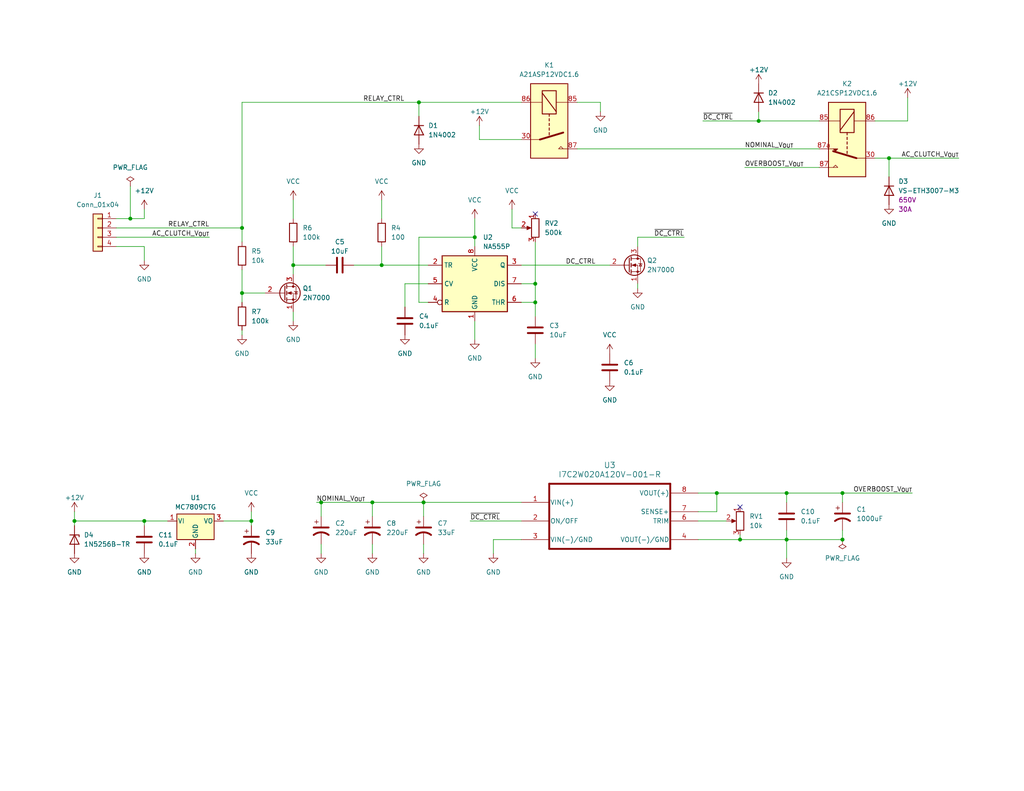
<source format=kicad_sch>
(kicad_sch (version 20230121) (generator eeschema)
  (paper "A")
  (lib_symbols
    (symbol "2024-06-13_02-31-05:I6A24014A033V-001-R" (pin_names (offset 0.254))
      (property "Reference" "U" (at 33.02 10.16 0))
      (property "Value" "I6A24014A033V-001-R" (at 33.02 7.62 0))
      (symbol "I6A24014A033V-001-R_0_1"
        (pin power_in line (at 0 0 0) (length 7.62) (name "VIN(+)") (number "1"))
        (pin unspecified line (at 0 -5.08 0) (length 7.62) (name "ON/OFF") (number "2"))
        (pin unspecified line (at 0 -10.16 0) (length 7.62) (name "VIN(-)/GND") (number "3"))
        (pin unspecified line (at 48.26 -10.16 180) (length 7.62) (name "VOUT(-)/GND") (number "4"))
        (pin unspecified line (at 48.26 -5.08 180) (length 7.62) (name "TRIM") (number "6"))
        (pin unspecified line (at 48.26 -2.54 180) (length 7.62) (name "SENSE+") (number "7"))
        (pin output line (at 48.26 2.54 180) (length 7.62) (name "VOUT(+)") (number "8"))
      )
      (symbol "I6A24014A033V-001-R_1_1"
        (polyline (pts (xy 7.62 -12.7) (xy 40.64 -12.7)) (stroke (width 0.508)))
        (polyline (pts (xy 7.62 5.08) (xy 7.62 -12.7)) (stroke (width 0.508)))
        (polyline (pts (xy 40.64 -12.7) (xy 40.64 5.08)) (stroke (width 0.508)))
        (polyline (pts (xy 40.64 5.08) (xy 7.62 5.08)) (stroke (width 0.508)))
      )
    )
    (symbol "Connector_Generic:Conn_01x04" (pin_names (offset 1.016) hide)
      (property "Reference" "J" (at 0 5.08 0))
      (property "Value" "Conn_01x04" (at 0 -7.62 0))
      (symbol "Conn_01x04_1_1"
        (rectangle (start -1.27 -4.953) (end 0 -5.207) (stroke (width 0.1524)))
        (rectangle (start -1.27 -2.413) (end 0 -2.667) (stroke (width 0.1524)))
        (rectangle (start -1.27 0.127) (end 0 -0.127) (stroke (width 0.1524)))
        (rectangle (start -1.27 2.667) (end 0 2.413) (stroke (width 0.1524)))
        (rectangle (start -1.27 3.81) (end 1.27 -6.35) (stroke (width 0.254)) (fill (type background)))
        (pin passive line (at -5.08 2.54 0) (length 3.81) (name "Pin_1") (number "1"))
        (pin passive line (at -5.08 0 0) (length 3.81) (name "Pin_2") (number "2"))
        (pin passive line (at -5.08 -2.54 0) (length 3.81) (name "Pin_3") (number "3"))
        (pin passive line (at -5.08 -5.08 0) (length 3.81) (name "Pin_4") (number "4"))
      )
    )
    (symbol "Device:C" (pin_numbers hide) (pin_names (offset 0.254))
      (property "Reference" "C" (at 0.635 2.54 0))
      (property "Value" "C" (at 0.635 -2.54 0))
      (symbol "C_0_1"
        (polyline (pts (xy -2.032 -0.762) (xy 2.032 -0.762)) (stroke (width 0.508)))
        (polyline (pts (xy -2.032 0.762) (xy 2.032 0.762)) (stroke (width 0.508)))
      )
      (symbol "C_1_1"
        (pin passive line (at 0 3.81 270) (length 2.794) (name "~") (number "1"))
        (pin passive line (at 0 -3.81 90) (length 2.794) (name "~") (number "2"))
      )
    )
    (symbol "Device:C_Polarized_US" (pin_numbers hide) (pin_names (offset 0.254) hide)
      (property "Reference" "C" (at 0.635 2.54 0))
      (property "Value" "C_Polarized_US" (at 0.635 -2.54 0))
      (symbol "C_Polarized_US_0_1"
        (polyline (pts (xy -2.032 0.762) (xy 2.032 0.762)) (stroke (width 0.508)))
        (polyline (pts (xy -1.778 2.286) (xy -0.762 2.286)))
        (polyline (pts (xy -1.27 1.778) (xy -1.27 2.794)))
        (arc (start 2.032 -1.27) (mid 0 -0.5572) (end -2.032 -1.27) (stroke (width 0.508)))
      )
      (symbol "C_Polarized_US_1_1"
        (pin passive line (at 0 3.81 270) (length 2.794) (name "~") (number "1"))
        (pin passive line (at 0 -3.81 90) (length 3.302) (name "~") (number "2"))
      )
    )
    (symbol "Device:D" (pin_numbers hide) (pin_names (offset 1.016) hide)
      (property "Reference" "D" (at 0 2.54 0))
      (property "Value" "D" (at 0 -2.54 0))
      (symbol "D_0_1"
        (polyline (pts (xy -1.27 1.27) (xy -1.27 -1.27)) (stroke (width 0.254)))
        (polyline (pts (xy 1.27 0) (xy -1.27 0)))
        (polyline (pts (xy 1.27 1.27) (xy 1.27 -1.27) (xy -1.27 0) (xy 1.27 1.27)) (stroke (width 0.254)))
      )
      (symbol "D_1_1"
        (pin passive line (at -3.81 0 0) (length 2.54) (name "K") (number "1"))
        (pin passive line (at 3.81 0 180) (length 2.54) (name "A") (number "2"))
      )
    )
    (symbol "Device:D_Zener" (pin_numbers hide) (pin_names (offset 1.016) hide)
      (property "Reference" "D" (at 0 2.54 0))
      (property "Value" "D_Zener" (at 0 -2.54 0))
      (symbol "D_Zener_0_1"
        (polyline (pts (xy 1.27 0) (xy -1.27 0)))
        (polyline (pts (xy -1.27 -1.27) (xy -1.27 1.27) (xy -0.762 1.27)) (stroke (width 0.254)))
        (polyline (pts (xy 1.27 -1.27) (xy 1.27 1.27) (xy -1.27 0) (xy 1.27 -1.27)) (stroke (width 0.254)))
      )
      (symbol "D_Zener_1_1"
        (pin passive line (at -3.81 0 0) (length 2.54) (name "K") (number "1"))
        (pin passive line (at 3.81 0 180) (length 2.54) (name "A") (number "2"))
      )
    )
    (symbol "Device:R" (pin_numbers hide) (pin_names (offset 0))
      (property "Reference" "R" (at 2.032 0 90))
      (property "Value" "R" (at 0 0 90))
      (symbol "R_0_1"
        (rectangle (start -1.016 -2.54) (end 1.016 2.54) (stroke (width 0.254)))
      )
      (symbol "R_1_1"
        (pin passive line (at 0 3.81 270) (length 1.27) (name "~") (number "1"))
        (pin passive line (at 0 -3.81 90) (length 1.27) (name "~") (number "2"))
      )
    )
    (symbol "Device:R_Potentiometer" (pin_names (offset 1.016) hide)
      (property "Reference" "RV" (at -4.445 0 90))
      (property "Value" "R_Potentiometer" (at -2.54 0 90))
      (symbol "R_Potentiometer_0_1"
        (polyline (pts (xy 2.54 0) (xy 1.524 0)))
        (polyline (pts (xy 1.143 0) (xy 2.286 0.508) (xy 2.286 -0.508) (xy 1.143 0)) (fill (type outline)))
        (rectangle (start 1.016 2.54) (end -1.016 -2.54) (stroke (width 0.254)))
      )
      (symbol "R_Potentiometer_1_1"
        (pin passive line (at 0 3.81 270) (length 1.27) (name "1") (number "1"))
        (pin passive line (at 3.81 0 180) (length 1.27) (name "2") (number "2"))
        (pin passive line (at 0 -3.81 90) (length 1.27) (name "3") (number "3"))
      )
    )
    (symbol "Regulator_Linear:LM7805_TO220" (pin_names (offset 0.254))
      (property "Reference" "U" (at -3.81 3.175 0))
      (property "Value" "LM7805_TO220" (at 0 3.175 0))
      (symbol "LM7805_TO220_0_1"
        (rectangle (start -5.08 1.905) (end 5.08 -5.08) (stroke (width 0.254)) (fill (type background)))
      )
      (symbol "LM7805_TO220_1_1"
        (pin power_in line (at -7.62 0 0) (length 2.54) (name "VI") (number "1"))
        (pin power_in line (at 0 -7.62 90) (length 2.54) (name "GND") (number "2"))
        (pin power_out line (at 7.62 0 180) (length 2.54) (name "VO") (number "3"))
      )
    )
    (symbol "Relay:Relay_SPDT"
      (property "Reference" "K2" (at -15.24 0 90))
      (property "Value" "A21CSP12VDC1.6" (at -12.7 0 90))
      (symbol "Relay_SPDT_0_0"
        (polyline (pts (xy 7.62 5.08) (xy 7.62 2.54) (xy 6.985 3.175) (xy 7.62 3.81)))
      )
      (symbol "Relay_SPDT_0_1"
        (rectangle (start -10.16 5.08) (end 10.16 -5.08) (stroke (width 0.254)) (fill (type background)))
        (rectangle (start -8.255 1.905) (end -1.905 -1.905) (stroke (width 0.254)))
        (polyline (pts (xy -7.62 -1.905) (xy -2.54 1.905)) (stroke (width 0.254)))
        (polyline (pts (xy -5.08 -5.08) (xy -5.08 -1.905)))
        (polyline (pts (xy -5.08 5.08) (xy -5.08 1.905)))
        (polyline (pts (xy -1.905 0) (xy -1.27 0)) (stroke (width 0.254)))
        (polyline (pts (xy -0.635 0) (xy 0 0)) (stroke (width 0.254)))
        (polyline (pts (xy 0.635 0) (xy 1.27 0)) (stroke (width 0.254)))
        (polyline (pts (xy 1.905 0) (xy 2.54 0)) (stroke (width 0.254)))
        (polyline (pts (xy 3.175 0) (xy 3.81 0)) (stroke (width 0.254)))
        (polyline (pts (xy 5.08 -2.54) (xy 3.175 3.81)) (stroke (width 0.508)))
        (polyline (pts (xy 5.08 -2.54) (xy 5.08 -5.08)))
        (polyline (pts (xy 2.54 5.08) (xy 2.54 2.54) (xy 3.175 3.175) (xy 2.54 3.81)) (fill (type outline)))
      )
      (symbol "Relay_SPDT_1_1"
        (pin passive line (at 5.08 -7.62 90) (length 2.54) (name "~") (number "30"))
        (pin passive line (at -5.08 7.62 270) (length 2.54) (name "~") (number "85"))
        (pin passive line (at -5.08 -7.62 90) (length 2.54) (name "~") (number "86"))
        (pin passive line (at 7.62 7.62 270) (length 2.54) (name "~") (number "87"))
        (pin passive line (at 2.54 7.62 270) (length 2.54) (name "") (number "87a"))
      )
    )
    (symbol "Relay:Relay_SPST-NO"
      (property "Reference" "K1" (at -15.24 0 90))
      (property "Value" "A21ASP12VDC1.6" (at -12.7 0 90))
      (symbol "Relay_SPST-NO_0_0"
        (polyline (pts (xy 7.62 5.08) (xy 7.62 2.54) (xy 6.985 3.175) (xy 7.62 3.81)))
      )
      (symbol "Relay_SPST-NO_0_1"
        (rectangle (start -10.16 5.08) (end 10.16 -5.08) (stroke (width 0.254)) (fill (type background)))
        (rectangle (start -8.255 1.905) (end -1.905 -1.905) (stroke (width 0.254)))
        (polyline (pts (xy -7.62 -1.905) (xy -2.54 1.905)) (stroke (width 0.254)))
        (polyline (pts (xy -5.08 -5.08) (xy -5.08 -1.905)))
        (polyline (pts (xy -5.08 5.08) (xy -5.08 1.905)))
        (polyline (pts (xy -1.905 0) (xy -1.27 0)) (stroke (width 0.254)))
        (polyline (pts (xy -0.635 0) (xy 0 0)) (stroke (width 0.254)))
        (polyline (pts (xy 0.635 0) (xy 1.27 0)) (stroke (width 0.254)))
        (polyline (pts (xy 1.905 0) (xy 2.54 0)) (stroke (width 0.254)))
        (polyline (pts (xy 3.175 0) (xy 3.81 0)) (stroke (width 0.254)))
        (polyline (pts (xy 5.08 -2.54) (xy 3.175 3.81)) (stroke (width 0.508)))
        (polyline (pts (xy 5.08 -2.54) (xy 5.08 -5.08)))
      )
      (symbol "Relay_SPST-NO_1_1"
        (pin passive line (at 5.08 -7.62 90) (length 2.54) (name "~") (number "30"))
        (pin passive line (at -5.08 7.62 270) (length 2.54) (name "~") (number "85"))
        (pin passive line (at -5.08 -7.62 90) (length 2.54) (name "~") (number "86"))
        (pin passive line (at 7.62 7.62 270) (length 2.54) (name "~") (number "87"))
      )
    )
    (symbol "Timer:NA555P"
      (property "Reference" "U" (at -10.16 8.89 0))
      (property "Value" "NA555P" (at 2.54 8.89 0))
      (symbol "NA555P_0_0"
        (pin power_in line (at 0 -10.16 90) (length 2.54) (name "GND") (number "1"))
        (pin power_in line (at 0 10.16 270) (length 2.54) (name "VCC") (number "8"))
      )
      (symbol "NA555P_0_1"
        (rectangle (start -8.89 -7.62) (end 8.89 7.62) (stroke (width 0.254)) (fill (type background)))
        (rectangle (start -8.89 -7.62) (end 8.89 7.62) (stroke (width 0.254)) (fill (type background)))
      )
      (symbol "NA555P_1_1"
        (pin input line (at -12.7 5.08 0) (length 3.81) (name "TR") (number "2"))
        (pin output line (at 12.7 5.08 180) (length 3.81) (name "Q") (number "3"))
        (pin input inverted (at -12.7 -5.08 0) (length 3.81) (name "R") (number "4"))
        (pin input line (at -12.7 0 0) (length 3.81) (name "CV") (number "5"))
        (pin input line (at 12.7 -5.08 180) (length 3.81) (name "THR") (number "6"))
        (pin input line (at 12.7 0 180) (length 3.81) (name "DIS") (number "7"))
      )
    )
    (symbol "Transistor_FET:2N7000" (pin_names hide)
      (property "Reference" "Q" (at 5.08 1.905 0))
      (property "Value" "2N7000" (at 5.08 0 0))
      (symbol "2N7000_0_1"
        (polyline (pts (xy 0.254 0) (xy -2.54 0)))
        (polyline (pts (xy 0.254 1.905) (xy 0.254 -1.905)) (stroke (width 0.254)))
        (polyline (pts (xy 0.762 -1.27) (xy 0.762 -2.286)) (stroke (width 0.254)))
        (polyline (pts (xy 0.762 0.508) (xy 0.762 -0.508)) (stroke (width 0.254)))
        (polyline (pts (xy 0.762 2.286) (xy 0.762 1.27)) (stroke (width 0.254)))
        (polyline (pts (xy 2.54 2.54) (xy 2.54 1.778)))
        (polyline (pts (xy 2.54 -2.54) (xy 2.54 0) (xy 0.762 0)))
        (polyline (pts (xy 0.762 -1.778) (xy 3.302 -1.778) (xy 3.302 1.778) (xy 0.762 1.778)))
        (polyline (pts (xy 1.016 0) (xy 2.032 0.381) (xy 2.032 -0.381) (xy 1.016 0)) (fill (type outline)))
        (polyline (pts (xy 2.794 0.508) (xy 2.921 0.381) (xy 3.683 0.381) (xy 3.81 0.254)))
        (polyline (pts (xy 3.302 0.381) (xy 2.921 -0.254) (xy 3.683 -0.254) (xy 3.302 0.381)))
        (circle (center 1.651 0) (radius 2.794) (stroke (width 0.254)))
        (circle (center 2.54 -1.778) (radius 0.254) (fill (type outline)))
        (circle (center 2.54 1.778) (radius 0.254) (fill (type outline)))
      )
      (symbol "2N7000_1_1"
        (pin passive line (at 2.54 -5.08 90) (length 2.54) (name "S") (number "1"))
        (pin input line (at -5.08 0 0) (length 2.54) (name "G") (number "2"))
        (pin passive line (at 2.54 5.08 270) (length 2.54) (name "D") (number "3"))
      )
    )
    (symbol "power:+12V" (power) (pin_names (offset 0))
      (property "Value" "+12V" (at 0 3.556 0))
      (symbol "+12V_0_1"
        (polyline (pts (xy -0.762 1.27) (xy 0 2.54)))
        (polyline (pts (xy 0 0) (xy 0 2.54)))
        (polyline (pts (xy 0 2.54) (xy 0.762 1.27)))
      )
      (symbol "+12V_1_1"
        (pin power_in line (at 0 0 90) (length 0) hide (name "+12V") (number "1"))
      )
    )
    (symbol "power:GND" (power) (pin_names (offset 0))
      (property "Value" "GND" (at 0 -3.81 0))
      (symbol "GND_0_1"
        (polyline (pts (xy 0 0) (xy 0 -1.27) (xy 1.27 -1.27) (xy 0 -2.54) (xy -1.27 -1.27) (xy 0 -1.27)))
      )
      (symbol "GND_1_1"
        (pin power_in line (at 0 0 270) (length 0) hide (name "GND") (number "1"))
      )
    )
    (symbol "power:PWR_FLAG" (power) (pin_numbers hide) (pin_names (offset 0) hide)
      (property "Value" "PWR_FLAG" (at 0 3.81 0))
      (symbol "PWR_FLAG_0_0"
        (pin power_out line (at 0 0 90) (length 0) (name "pwr") (number "1"))
      )
      (symbol "PWR_FLAG_0_1"
        (polyline (pts (xy 0 0) (xy 0 1.27) (xy -1.016 1.905) (xy 0 2.54) (xy 1.016 1.905) (xy 0 1.27)))
      )
    )
    (symbol "power:VCC" (power) (pin_names (offset 0))
      (property "Value" "VCC" (at 0 3.81 0))
      (symbol "VCC_0_1"
        (polyline (pts (xy -0.762 1.27) (xy 0 2.54)))
        (polyline (pts (xy 0 0) (xy 0 2.54)))
        (polyline (pts (xy 0 2.54) (xy 0.762 1.27)))
      )
      (symbol "VCC_1_1"
        (pin power_in line (at 0 0 90) (length 0) hide (name "VCC") (number "1"))
      )
    )
  )
  (junction (at 115.57 137.16))
  (junction (at 214.63 134.62))
  (junction (at 146.05 77.47))
  (junction (at 242.57 43.18))
  (junction (at 104.14 72.39))
  (junction (at 207.01 33.02))
  (junction (at 146.05 82.55))
  (junction (at 195.58 134.62))
  (junction (at 20.32 142.24))
  (junction (at 66.04 62.23))
  (junction (at 35.56 59.69))
  (junction (at 66.04 80.01))
  (junction (at 114.3 27.94))
  (junction (at 68.58 142.24))
  (junction (at 101.6 137.16))
  (junction (at 87.63 137.16))
  (junction (at 201.93 147.32))
  (junction (at 80.01 72.39))
  (junction (at 39.37 142.24))
  (junction (at 214.63 147.32))
  (junction (at 229.87 134.62))
  (junction (at 129.54 64.77))
  (junction (at 229.87 147.32))
  (no_connect (at 201.93 138.43))
  (no_connect (at 146.05 58.42))
  (wire (pts (xy 214.63 147.32) (xy 201.93 147.32)))
  (wire (pts (xy 242.57 43.18) (xy 261.62 43.18)))
  (wire (pts (xy 195.58 134.62) (xy 190.5 134.62)))
  (wire (pts (xy 66.04 73.66) (xy 66.04 80.01)))
  (wire (pts (xy 163.83 30.48) (xy 163.83 27.94)))
  (wire (pts (xy 139.7 57.15) (xy 139.7 62.23)))
  (wire (pts (xy 68.58 142.24) (xy 60.96 142.24)))
  (wire (pts (xy 39.37 57.15) (xy 39.37 59.69)))
  (wire (pts (xy 130.81 34.29) (xy 130.81 38.1)))
  (wire (pts (xy 207.01 30.48) (xy 207.01 33.02)))
  (wire (pts (xy 80.01 72.39) (xy 80.01 74.93)))
  (wire (pts (xy 20.32 139.7) (xy 20.32 142.24)))
  (wire (pts (xy 114.3 27.94) (xy 114.3 31.75)))
  (wire (pts (xy 115.57 140.97) (xy 115.57 137.16)))
  (wire (pts (xy 190.5 139.7) (xy 195.58 139.7)))
  (wire (pts (xy 214.63 134.62) (xy 195.58 134.62)))
  (wire (pts (xy 139.7 62.23) (xy 142.24 62.23)))
  (wire (pts (xy 104.14 54.61) (xy 104.14 59.69)))
  (wire (pts (xy 66.04 80.01) (xy 66.04 82.55)))
  (wire (pts (xy 229.87 134.62) (xy 229.87 137.16)))
  (wire (pts (xy 130.81 38.1) (xy 142.24 38.1)))
  (wire (pts (xy 142.24 77.47) (xy 146.05 77.47)))
  (wire (pts (xy 146.05 93.98) (xy 146.05 97.79)))
  (wire (pts (xy 104.14 72.39) (xy 116.84 72.39)))
  (wire (pts (xy 20.32 142.24) (xy 39.37 142.24)))
  (wire (pts (xy 116.84 82.55) (xy 114.3 82.55)))
  (wire (pts (xy 35.56 59.69) (xy 31.75 59.69)))
  (wire (pts (xy 101.6 148.59) (xy 101.6 151.13)))
  (wire (pts (xy 247.65 26.67) (xy 247.65 33.02)))
  (wire (pts (xy 173.99 67.31) (xy 173.99 64.77)))
  (wire (pts (xy 101.6 140.97) (xy 101.6 137.16)))
  (wire (pts (xy 229.87 134.62) (xy 248.92 134.62)))
  (wire (pts (xy 35.56 50.8) (xy 35.56 59.69)))
  (wire (pts (xy 39.37 142.24) (xy 39.37 143.51)))
  (wire (pts (xy 115.57 137.16) (xy 142.24 137.16)))
  (wire (pts (xy 214.63 134.62) (xy 229.87 134.62)))
  (wire (pts (xy 96.52 72.39) (xy 104.14 72.39)))
  (wire (pts (xy 115.57 148.59) (xy 115.57 151.13)))
  (wire (pts (xy 66.04 90.17) (xy 66.04 91.44)))
  (wire (pts (xy 39.37 142.24) (xy 45.72 142.24)))
  (wire (pts (xy 110.49 77.47) (xy 110.49 83.82)))
  (wire (pts (xy 201.93 146.05) (xy 201.93 147.32)))
  (wire (pts (xy 195.58 139.7) (xy 195.58 134.62)))
  (wire (pts (xy 238.76 43.18) (xy 242.57 43.18)))
  (wire (pts (xy 39.37 59.69) (xy 35.56 59.69)))
  (wire (pts (xy 146.05 66.04) (xy 146.05 77.47)))
  (wire (pts (xy 142.24 82.55) (xy 146.05 82.55)))
  (wire (pts (xy 129.54 59.69) (xy 129.54 64.77)))
  (wire (pts (xy 80.01 67.31) (xy 80.01 72.39)))
  (wire (pts (xy 214.63 144.78) (xy 214.63 147.32)))
  (wire (pts (xy 86.36 137.16) (xy 87.63 137.16)))
  (wire (pts (xy 214.63 147.32) (xy 229.87 147.32)))
  (wire (pts (xy 114.3 82.55) (xy 114.3 64.77)))
  (wire (pts (xy 68.58 139.7) (xy 68.58 142.24)))
  (wire (pts (xy 39.37 71.12) (xy 39.37 67.31)))
  (wire (pts (xy 134.62 151.13) (xy 134.62 147.32)))
  (wire (pts (xy 31.75 62.23) (xy 66.04 62.23)))
  (wire (pts (xy 53.34 149.86) (xy 53.34 151.13)))
  (wire (pts (xy 229.87 144.78) (xy 229.87 147.32)))
  (wire (pts (xy 87.63 148.59) (xy 87.63 151.13)))
  (wire (pts (xy 66.04 27.94) (xy 114.3 27.94)))
  (wire (pts (xy 114.3 27.94) (xy 142.24 27.94)))
  (wire (pts (xy 207.01 33.02) (xy 223.52 33.02)))
  (wire (pts (xy 66.04 62.23) (xy 66.04 66.04)))
  (wire (pts (xy 134.62 147.32) (xy 142.24 147.32)))
  (wire (pts (xy 173.99 64.77) (xy 186.69 64.77)))
  (wire (pts (xy 142.24 72.39) (xy 166.37 72.39)))
  (wire (pts (xy 201.93 147.32) (xy 190.5 147.32)))
  (wire (pts (xy 128.27 142.24) (xy 142.24 142.24)))
  (wire (pts (xy 146.05 82.55) (xy 146.05 77.47)))
  (wire (pts (xy 146.05 82.55) (xy 146.05 86.36)))
  (wire (pts (xy 157.48 40.64) (xy 223.52 40.64)))
  (wire (pts (xy 104.14 67.31) (xy 104.14 72.39)))
  (wire (pts (xy 163.83 27.94) (xy 157.48 27.94)))
  (wire (pts (xy 80.01 72.39) (xy 88.9 72.39)))
  (wire (pts (xy 114.3 64.77) (xy 129.54 64.77)))
  (wire (pts (xy 116.84 77.47) (xy 110.49 77.47)))
  (wire (pts (xy 214.63 152.4) (xy 214.63 147.32)))
  (wire (pts (xy 101.6 137.16) (xy 115.57 137.16)))
  (wire (pts (xy 80.01 54.61) (xy 80.01 59.69)))
  (wire (pts (xy 87.63 140.97) (xy 87.63 137.16)))
  (wire (pts (xy 190.5 142.24) (xy 198.12 142.24)))
  (wire (pts (xy 20.32 143.51) (xy 20.32 142.24)))
  (wire (pts (xy 66.04 27.94) (xy 66.04 62.23)))
  (wire (pts (xy 68.58 143.51) (xy 68.58 142.24)))
  (wire (pts (xy 39.37 67.31) (xy 31.75 67.31)))
  (wire (pts (xy 191.77 33.02) (xy 207.01 33.02)))
  (wire (pts (xy 203.2 45.72) (xy 223.52 45.72)))
  (wire (pts (xy 87.63 137.16) (xy 101.6 137.16)))
  (wire (pts (xy 129.54 64.77) (xy 129.54 67.31)))
  (wire (pts (xy 80.01 85.09) (xy 80.01 87.63)))
  (wire (pts (xy 66.04 80.01) (xy 72.39 80.01)))
  (wire (pts (xy 238.76 33.02) (xy 247.65 33.02)))
  (wire (pts (xy 31.75 64.77) (xy 57.15 64.77)))
  (wire (pts (xy 214.63 137.16) (xy 214.63 134.62)))
  (wire (pts (xy 173.99 78.74) (xy 173.99 77.47)))
  (wire (pts (xy 129.54 87.63) (xy 129.54 92.71)))
  (wire (pts (xy 242.57 43.18) (xy 242.57 48.26)))
  (label "NOMINAL_V_{OUT}" (at 203.2 40.64 0))
  (label "OVERBOOST_V_{OUT}" (at 248.92 134.62 180))
  (label "AC_CLUTCH_V_{OUT}" (at 57.15 64.77 180))
  (label "~{DC_CTRL}" (at 128.27 142.24 0))
  (label "DC_CTRL" (at 162.56 72.39 180))
  (label "AC_CLUTCH_V_{OUT}" (at 261.62 43.18 180))
  (label "RELAY_CTRL" (at 99.06 27.94 0))
  (label "~{DC_CTRL}" (at 186.69 64.77 180))
  (label "OVERBOOST_V_{OUT}" (at 203.2 45.72 0))
  (label "NOMINAL_V_{OUT}" (at 86.36 137.16 0))
  (label "RELAY_CTRL" (at 57.15 62.23 180))
  (label "~{DC_CTRL}" (at 191.77 33.02 0))
  (symbol (lib_id "power:GND") (at 53.34 151.13 0) (unit 1)
    (property "Reference" "#PWR029" (effects hide))
    (property "Value" "GND" (at 53.34 156.21 0))
  )
  (symbol (lib_id "power:PWR_FLAG") (at 115.57 137.16 0) (unit 1)
    (property "Reference" "#FLG02" (effects hide))
    (property "Value" "PWR_FLAG" (at 115.57 132.08 0))
  )
  (symbol (lib_id "Device:R") (at 66.04 86.36 0) (unit 1)
    (property "Reference" "R7" (at 68.58 85.09 0) (effects (justify left)))
    (property "Value" "100k" (at 68.58 87.63 0) (effects (justify left)))
    (property "Footprint" "Resistor_THT:R_Axial_DIN0204_L3.6mm_D1.6mm_P7.62mm_Horizontal" (effects hide))
  )
  (symbol (lib_id "power:VCC") (at 80.01 54.61 0) (unit 1)
    (property "Reference" "#PWR012" (effects hide))
    (property "Value" "VCC" (at 80.01 49.53 0))
  )
  (symbol (lib_id "power:+12V") (at 20.32 139.7 0) (unit 1)
    (property "Reference" "#PWR018" (effects hide))
    (property "Value" "+12V" (at 20.32 135.89 0))
  )
  (symbol (lib_id "Device:C") (at 214.63 140.97 0) (unit 1)
    (property "Reference" "C10" (at 218.44 139.7 0) (effects (justify left)))
    (property "Value" "0.1uF" (at 218.44 142.24 0) (effects (justify left)))
    (property "Footprint" "Capacitor_THT:C_Disc_D3.8mm_W2.6mm_P2.50mm" (effects hide))
    (property "PartNumber" "C320C104K5R5TA" (effects hide))
  )
  (symbol (lib_id "Device:C") (at 110.49 87.63 0) (unit 1)
    (property "Reference" "C4" (at 114.3 86.36 0) (effects (justify left)))
    (property "Value" "0.1uF" (at 114.3 88.9 0) (effects (justify left)))
    (property "Footprint" "Capacitor_THT:C_Disc_D3.8mm_W2.6mm_P2.50mm" (effects hide))
    (property "PartNumber" "C320C104K5R5TA" (effects hide))
  )
  (symbol (lib_id "Device:D") (at 207.01 26.67 270) (unit 1)
    (property "Reference" "D2" (at 209.55 25.4 90) (effects (justify left)))
    (property "Value" "1N4002" (at 209.55 27.94 90) (effects (justify left)))
    (property "Footprint" "Diode_THT:D_DO-41_SOD81_P7.62mm_Horizontal" (effects hide))
    (property "Sim.Device" "D" (effects hide))
    (property "Sim.Pins" "1=K 2=A" (effects hide))
    (property "PartNumber" "1N4002" (effects hide))
  )
  (symbol (lib_id "Device:C_Polarized_US") (at 115.57 144.78 0) (unit 1)
    (property "Reference" "C7" (at 119.38 142.875 0) (effects (justify left)))
    (property "Value" "33uF" (at 119.38 145.415 0) (effects (justify left)))
    (property "Footprint" "Capacitor_THT:CP_Radial_D5.0mm_P2.00mm" (effects hide))
    (property "PartNumber" "ELE-350ELL330ME11D" (effects hide))
  )
  (symbol (lib_id "power:GND") (at 166.37 104.14 0) (unit 1)
    (property "Reference" "#PWR020" (effects hide))
    (property "Value" "GND" (at 166.37 109.22 0))
  )
  (symbol (lib_id "Device:C_Polarized_US") (at 101.6 144.78 0) (unit 1)
    (property "Reference" "C8" (at 105.41 142.875 0) (effects (justify left)))
    (property "Value" "220uF" (at 105.41 145.415 0) (effects (justify left)))
    (property "Footprint" "Capacitor_THT:CP_Radial_D10.0mm_P5.00mm" (effects hide))
    (property "PartNumber" "50ZLH220MEFC10X16" (effects hide))
  )
  (symbol (lib_id "power:+12V") (at 207.01 22.86 0) (unit 1)
    (property "Reference" "#PWR017" (effects hide))
    (property "Value" "+12V" (at 207.01 19.05 0))
  )
  (symbol (lib_id "Device:C") (at 166.37 100.33 180) (unit 1)
    (property "Reference" "C6" (at 170.18 99.06 0) (effects (justify right)))
    (property "Value" "0.1uF" (at 170.18 101.6 0) (effects (justify right)))
    (property "Footprint" "Capacitor_THT:C_Disc_D3.8mm_W2.6mm_P2.50mm" (effects hide))
    (property "PartNumber" "C320C104K5R5TA" (effects hide))
  )
  (symbol (lib_id "power:GND") (at 20.32 151.13 0) (unit 1)
    (property "Reference" "#PWR031" (effects hide))
    (property "Value" "GND" (at 20.32 156.21 0))
  )
  (symbol (lib_id "power:GND") (at 115.57 151.13 0) (unit 1)
    (property "Reference" "#PWR023" (effects hide))
    (property "Value" "GND" (at 115.57 156.21 0))
  )
  (symbol (lib_id "Device:R") (at 80.01 63.5 0) (unit 1)
    (property "Reference" "R6" (at 82.55 62.23 0) (effects (justify left)))
    (property "Value" "100k" (at 82.55 64.77 0) (effects (justify left)))
    (property "Footprint" "Resistor_THT:R_Axial_DIN0204_L3.6mm_D1.6mm_P7.62mm_Horizontal" (effects hide))
  )
  (symbol (lib_id "power:GND") (at 39.37 71.12 0) (unit 1)
    (property "Reference" "#PWR01" (effects hide))
    (property "Value" "GND" (at 39.37 76.2 0))
  )
  (symbol (lib_id "Relay:Relay_SPDT") (at 231.14 38.1 90) (mirror x) (unit 1)
    (property "Reference" "K2" (at 231.14 22.86 90))
    (property "Value" "A21CSP12VDC1.6" (at 231.14 25.4 90))
    (property "Footprint" "footprints:AutomotiveA2Relay_Form1C" (effects hide))
    (property "PartNumber" "A21CSP12VDC1.6" (effects hide))
  )
  (symbol (lib_id "Device:C") (at 92.71 72.39 90) (unit 1)
    (property "Reference" "C5" (at 92.71 66.04 90))
    (property "Value" "10uF" (at 92.71 68.58 90))
    (property "Footprint" "Capacitor_THT:C_Disc_D3.8mm_W2.6mm_P2.50mm" (effects hide))
    (property "PartNumber" "C324C106K3R5TA" (effects hide))
  )
  (symbol (lib_id "power:GND") (at 173.99 78.74 0) (unit 1)
    (property "Reference" "#PWR02" (effects hide))
    (property "Value" "GND" (at 173.99 83.82 0))
  )
  (symbol (lib_id "power:+12V") (at 247.65 26.67 0) (unit 1)
    (property "Reference" "#PWR03" (effects hide))
    (property "Value" "+12V" (at 247.65 22.86 0))
  )
  (symbol (lib_id "power:VCC") (at 166.37 96.52 0) (unit 1)
    (property "Reference" "#PWR019" (effects hide))
    (property "Value" "VCC" (at 166.37 91.44 0))
  )
  (symbol (lib_id "power:GND") (at 242.57 55.88 0) (unit 1)
    (property "Reference" "#PWR021" (effects hide))
    (property "Value" "GND" (at 242.57 60.96 0))
  )
  (symbol (lib_id "power:GND") (at 114.3 39.37 0) (unit 1)
    (property "Reference" "#PWR016" (effects hide))
    (property "Value" "GND" (at 114.3 44.45 0))
  )
  (symbol (lib_id "Device:D_Zener") (at 20.32 147.32 270) (unit 1)
    (property "Reference" "D4" (at 22.86 146.05 90) (effects (justify left)))
    (property "Value" "1N5256B-TR" (at 22.86 148.59 90) (effects (justify left)))
    (property "Footprint" "Diode_THT:D_DO-35_SOD27_P7.62mm_Horizontal" (effects hide))
    (property "PartNumber" "1N5256B-TR" (effects hide))
  )
  (symbol (lib_id "Device:C") (at 39.37 147.32 0) (unit 1)
    (property "Reference" "C11" (at 43.18 146.05 0) (effects (justify left)))
    (property "Value" "0.1uF" (at 43.18 148.59 0) (effects (justify left)))
    (property "Footprint" "Capacitor_THT:C_Disc_D3.8mm_W2.6mm_P2.50mm" (effects hide))
    (property "PartNumber" "C320C104K5R5TA" (effects hide))
  )
  (symbol (lib_id "power:GND") (at 110.49 91.44 0) (unit 1)
    (property "Reference" "#PWR010" (effects hide))
    (property "Value" "GND" (at 110.49 96.52 0))
  )
  (symbol (lib_id "power:+12V") (at 39.37 57.15 0) (unit 1)
    (property "Reference" "#PWR04" (effects hide))
    (property "Value" "+12V" (at 39.37 52.07 0))
  )
  (symbol (lib_id "Device:C_Polarized_US") (at 229.87 140.97 0) (unit 1)
    (property "Reference" "C1" (at 233.68 139.065 0) (effects (justify left)))
    (property "Value" "1000uF" (at 233.68 141.605 0) (effects (justify left)))
    (property "Footprint" "Capacitor_THT:CP_Radial_D12.5mm_P5.00mm" (effects hide))
    (property "PartNumber" "35ZLH1000MEFCG412.5X20" (effects hide))
  )
  (symbol (lib_id "Timer:NA555P") (at 129.54 77.47 0) (unit 1)
    (property "Reference" "U2" (at 131.7341 64.77 0) (effects (justify left)))
    (property "Value" "NA555P" (at 131.7341 67.31 0) (effects (justify left)))
    (property "Footprint" "Package_DIP:DIP-8_W7.62mm" (effects hide))
    (property "Datasheet" "http://www.ti.com/lit/ds/symlink/ne555.pdf" (effects hide))
    (property "PartNumber" "NA555P" (effects hide))
  )
  (symbol (lib_id "Device:R_Potentiometer") (at 201.93 142.24 0) (mirror y) (unit 1)
    (property "Reference" "RV1" (at 204.47 140.97 0) (effects (justify right)))
    (property "Value" "10k" (at 204.47 143.51 0) (effects (justify right)))
    (property "Footprint" "Potentiometer_THT:Potentiometer_Bourns_3296W_Vertical" (effects hide))
    (property "PartNumber" "3296W-1-103LF" (effects hide))
  )
  (symbol (lib_id "power:GND") (at 134.62 151.13 0) (unit 1)
    (property "Reference" "#PWR022" (effects hide))
    (property "Value" "GND" (at 134.62 156.21 0))
  )
  (symbol (lib_id "Transistor_FET:2N7000") (at 171.45 72.39 0) (unit 1)
    (property "Reference" "Q2" (at 176.53 71.12 0) (effects (justify left)))
    (property "Value" "2N7000" (at 176.53 73.66 0) (effects (justify left)))
    (property "Footprint" "Package_TO_SOT_THT:TO-92_Inline" (effects hide))
    (property "Datasheet" "https://www.vishay.com/docs/70226/70226.pdf" (effects hide))
    (property "PartNumber" "2N7000" (effects hide))
  )
  (symbol (lib_id "power:VCC") (at 129.54 59.69 0) (unit 1)
    (property "Reference" "#PWR06" (effects hide))
    (property "Value" "VCC" (at 129.54 54.61 0))
  )
  (symbol (lib_id "power:VCC") (at 139.7 57.15 0) (unit 1)
    (property "Reference" "#PWR08" (effects hide))
    (property "Value" "VCC" (at 139.7 52.07 0))
  )
  (symbol (lib_id "power:PWR_FLAG") (at 35.56 50.8 0) (unit 1)
    (property "Reference" "#FLG01" (effects hide))
    (property "Value" "PWR_FLAG" (at 35.56 45.72 0))
  )
  (symbol (lib_id "Device:D") (at 114.3 35.56 270) (unit 1)
    (property "Reference" "D1" (at 116.84 34.29 90) (effects (justify left)))
    (property "Value" "1N4002" (at 116.84 36.83 90) (effects (justify left)))
    (property "Footprint" "Diode_THT:D_DO-41_SOD81_P7.62mm_Horizontal" (effects hide))
    (property "Sim.Device" "D" (effects hide))
    (property "Sim.Pins" "1=K 2=A" (effects hide))
    (property "PartNumber" "1N4002" (effects hide))
  )
  (symbol (lib_id "power:GND") (at 214.63 152.4 0) (unit 1)
    (property "Reference" "#PWR024" (effects hide))
    (property "Value" "GND" (at 214.63 157.48 0))
  )
  (symbol (lib_id "Connector_Generic:Conn_01x04") (at 26.67 62.23 0) (mirror y) (unit 1)
    (property "Reference" "J1" (at 26.67 53.34 0))
    (property "Value" "Conn_01x04" (at 26.67 55.88 0))
    (property "Footprint" "Connector_Wire:SolderWire-2.5sqmm_1x04_P7.2mm_D2.4mm_OD3.6mm" (effects hide))
  )
  (symbol (lib_id "power:GND") (at 163.83 30.48 0) (unit 1)
    (property "Reference" "#PWR015" (effects hide))
    (property "Value" "GND" (at 163.83 35.56 0))
  )
  (symbol (lib_id "Device:C_Polarized_US") (at 68.58 147.32 0) (unit 1)
    (property "Reference" "C9" (at 72.39 145.415 0) (effects (justify left)))
    (property "Value" "33uF" (at 72.39 147.955 0) (effects (justify left)))
    (property "Footprint" "Capacitor_THT:CP_Radial_D5.0mm_P2.00mm" (effects hide))
    (property "PartNumber" "ELE-350ELL330ME11D" (effects hide))
  )
  (symbol (lib_id "Transistor_FET:2N7000") (at 77.47 80.01 0) (unit 1)
    (property "Reference" "Q1" (at 82.55 78.74 0) (effects (justify left)))
    (property "Value" "2N7000" (at 82.55 81.28 0) (effects (justify left)))
    (property "Footprint" "Package_TO_SOT_THT:TO-92_Inline" (effects hide))
    (property "Datasheet" "https://www.vishay.com/docs/70226/70226.pdf" (effects hide))
    (property "PartNumber" "2N7000" (effects hide))
  )
  (symbol (lib_id "Relay:Relay_SPST-NO") (at 149.86 33.02 270) (unit 1)
    (property "Reference" "K1" (at 149.86 17.78 90))
    (property "Value" "A21ASP12VDC1.6" (at 149.86 20.32 90))
    (property "Footprint" "footprints:AutomotiveA2Relay_Form1A" (effects hide))
    (property "PartNumber" "A21ASP12VDC1.6" (effects hide))
  )
  (symbol (lib_id "power:GND") (at 80.01 87.63 0) (unit 1)
    (property "Reference" "#PWR013" (effects hide))
    (property "Value" "GND" (at 80.01 92.71 0))
  )
  (symbol (lib_id "Device:R") (at 66.04 69.85 0) (unit 1)
    (property "Reference" "R5" (at 68.58 68.58 0) (effects (justify left)))
    (property "Value" "10k" (at 68.58 71.12 0) (effects (justify left)))
    (property "Footprint" "Resistor_THT:R_Axial_DIN0204_L3.6mm_D1.6mm_P7.62mm_Horizontal" (effects hide))
  )
  (symbol (lib_id "Regulator_Linear:LM7805_TO220") (at 53.34 142.24 0) (unit 1)
    (property "Reference" "U1" (at 53.34 135.89 0))
    (property "Value" "MC7809CTG" (at 53.34 138.43 0))
    (property "Footprint" "Package_TO_SOT_THT:TO-220-3_Vertical" (effects hide))
    (property "Datasheet" "https://www.onsemi.cn/PowerSolutions/document/MC7800-D.PDF" (effects hide))
    (property "PartNumber" "MC7809CTG" (effects hide))
  )
  (symbol (lib_id "power:GND") (at 146.05 97.79 0) (unit 1)
    (property "Reference" "#PWR09" (effects hide))
    (property "Value" "GND" (at 146.05 102.87 0))
  )
  (symbol (lib_id "Device:R_Potentiometer") (at 146.05 62.23 0) (mirror y) (unit 1)
    (property "Reference" "RV2" (at 148.59 60.96 0) (effects (justify right)))
    (property "Value" "500k" (at 148.59 63.5 0) (effects (justify right)))
    (property "Footprint" "Potentiometer_THT:Potentiometer_Bourns_3296W_Vertical" (effects hide))
    (property "PartNumber" "3296W-1-504LF" (effects hide))
  )
  (symbol (lib_id "Device:C_Polarized_US") (at 87.63 144.78 0) (unit 1)
    (property "Reference" "C2" (at 91.44 142.875 0) (effects (justify left)))
    (property "Value" "220uF" (at 91.44 145.415 0) (effects (justify left)))
    (property "Footprint" "Capacitor_THT:CP_Radial_D10.0mm_P5.00mm" (effects hide))
    (property "PartNumber" "50ZLH220MEFC10X16" (effects hide))
  )
  (symbol (lib_id "Device:C") (at 146.05 90.17 0) (unit 1)
    (property "Reference" "C3" (at 149.86 88.9 0) (effects (justify left)))
    (property "Value" "10uF" (at 149.86 91.44 0) (effects (justify left)))
    (property "Footprint" "Capacitor_THT:C_Disc_D3.8mm_W2.6mm_P2.50mm" (effects hide))
    (property "PartNumber" "C324C106K3R5TA" (effects hide))
  )
  (symbol (lib_id "power:GND") (at 68.58 151.13 0) (unit 1)
    (property "Reference" "#PWR028" (effects hide))
    (property "Value" "GND" (at 68.58 156.21 0))
  )
  (symbol (lib_id "power:GND") (at 87.63 151.13 0) (unit 1)
    (property "Reference" "#PWR026" (effects hide))
    (property "Value" "GND" (at 87.63 156.21 0))
  )
  (symbol (lib_id "power:GND") (at 66.04 91.44 0) (unit 1)
    (property "Reference" "#PWR014" (effects hide))
    (property "Value" "GND" (at 66.04 96.52 0))
  )
  (symbol (lib_id "power:GND") (at 129.54 92.71 0) (unit 1)
    (property "Reference" "#PWR07" (effects hide))
    (property "Value" "GND" (at 129.54 97.79 0))
  )
  (symbol (lib_id "Device:R") (at 104.14 63.5 0) (unit 1)
    (property "Reference" "R4" (at 106.68 62.23 0) (effects (justify left)))
    (property "Value" "100" (at 106.68 64.77 0) (effects (justify left)))
    (property "Footprint" "Resistor_THT:R_Axial_DIN0204_L3.6mm_D1.6mm_P7.62mm_Horizontal" (effects hide))
  )
  (symbol (lib_id "power:GND") (at 39.37 151.13 0) (unit 1)
    (property "Reference" "#PWR030" (effects hide))
    (property "Value" "GND" (at 39.37 156.21 0))
  )
  (symbol (lib_id "power:GND") (at 101.6 151.13 0) (unit 1)
    (property "Reference" "#PWR025" (effects hide))
    (property "Value" "GND" (at 101.6 156.21 0))
  )
  (symbol (lib_id "power:+12V") (at 130.81 34.29 0) (unit 1)
    (property "Reference" "#PWR05" (effects hide))
    (property "Value" "+12V" (at 130.81 30.48 0))
  )
  (symbol (lib_id "2024-06-13_02-31-05:I6A24014A033V-001-R") (at 142.24 137.16 0) (unit 1)
    (property "Reference" "U3" (at 166.37 127 0) (effects (font (size 1.524 1.524))))
    (property "Value" "I7C2W020A120V-001-R" (at 166.37 129.54 0) (effects (font (size 1.524 1.524))))
    (property "Footprint" "footprints:CONV_I7C2W020A120V-001-R" (effects hide))
    (property "Datasheet" "I6A24014A033V-001-R" (effects hide))
    (property "PartNumber" "I7C2W020A120V-001-R" (effects hide))
  )
  (symbol (lib_id "power:VCC") (at 104.14 54.61 0) (unit 1)
    (property "Reference" "#PWR011" (effects hide))
    (property "Value" "VCC" (at 104.14 49.53 0))
  )
  (symbol (lib_id "Device:D") (at 242.57 52.07 270) (unit 1)
    (property "Reference" "D3" (at 245.11 49.53 90) (effects (justify left)))
    (property "Value" "VS-ETH3007-M3" (at 245.11 52.07 90) (effects (justify left)))
    (property "Footprint" "Package_TO_SOT_THT:TO-220-2_Vertical" (effects hide))
    (property "Sim.Device" "D" (effects hide))
    (property "Sim.Pins" "1=K 2=A" (effects hide))
    (property "Current" "30A" (at 245.11 57.15 90) (effects (justify left)))
    (property "Voltage" "650V" (at 245.11 54.61 90) (effects (justify left)))
    (property "PartNumber" "VS-ETH3007-M3" (effects hide))
  )
  (symbol (lib_id "power:PWR_FLAG") (at 229.87 147.32 180) (unit 1)
    (property "Reference" "#FLG03" (effects hide))
    (property "Value" "PWR_FLAG" (at 229.87 152.4 0))
  )
  (symbol (lib_id "power:VCC") (at 68.58 139.7 0) (unit 1)
    (property "Reference" "#PWR027" (effects hide))
    (property "Value" "VCC" (at 68.58 134.62 0))
  )
)
</source>
